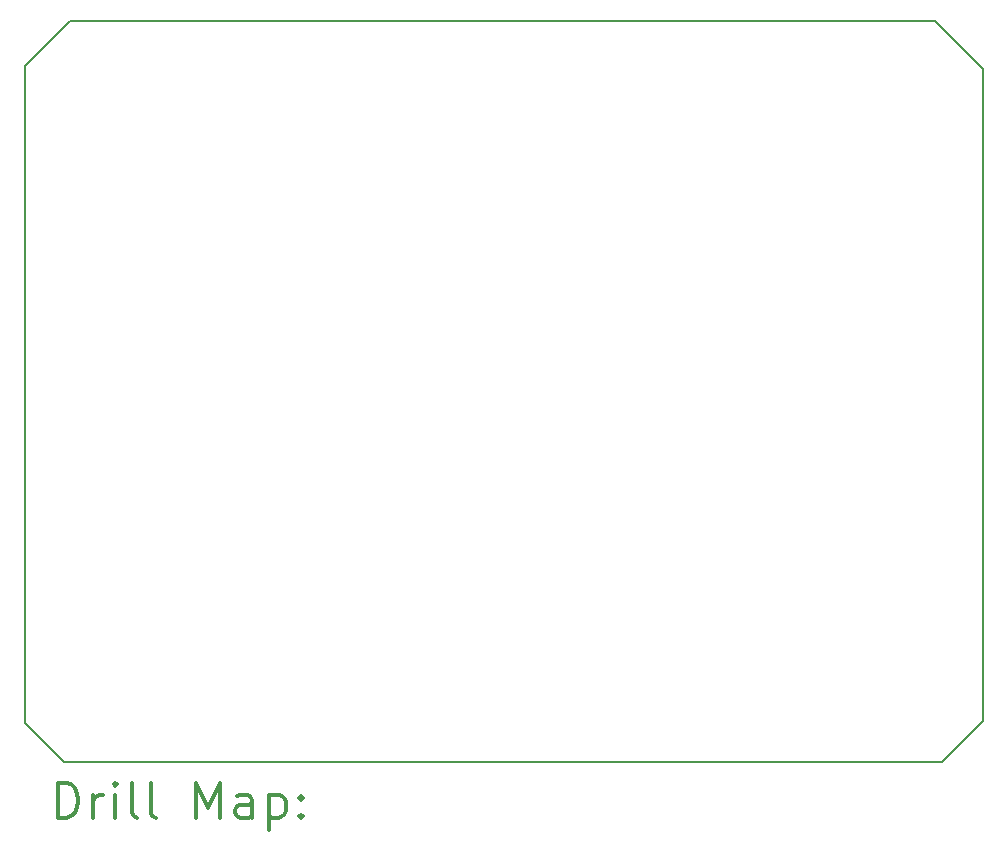
<source format=gbr>
%FSLAX45Y45*%
G04 Gerber Fmt 4.5, Leading zero omitted, Abs format (unit mm)*
G04 Created by KiCad (PCBNEW (5.0.2)-1) date 08/16/24 20:28:11*
%MOMM*%
%LPD*%
G01*
G04 APERTURE LIST*
%ADD10C,0.150000*%
%ADD11C,0.200000*%
%ADD12C,0.300000*%
G04 APERTURE END LIST*
D10*
X17392650Y-14274800D02*
X16916400Y-14274800D01*
X17741900Y-13925550D02*
X17392650Y-14274800D01*
X17741900Y-8407400D02*
X17741900Y-13925550D01*
X17335500Y-8001000D02*
X17741900Y-8407400D01*
X17221200Y-8001000D02*
X17335500Y-8001000D01*
X16814800Y-8001000D02*
X17221200Y-8001000D01*
X9626600Y-8382000D02*
X10007600Y-8001000D01*
X9626600Y-13944600D02*
X9626600Y-8382000D01*
X9956800Y-14274800D02*
X9626600Y-13944600D01*
X16916400Y-14274800D02*
X9956800Y-14274800D01*
X10007600Y-8001000D02*
X16814800Y-8001000D01*
D11*
D12*
X9905528Y-14748014D02*
X9905528Y-14448014D01*
X9976957Y-14448014D01*
X10019814Y-14462300D01*
X10048386Y-14490871D01*
X10062671Y-14519443D01*
X10076957Y-14576586D01*
X10076957Y-14619443D01*
X10062671Y-14676586D01*
X10048386Y-14705157D01*
X10019814Y-14733729D01*
X9976957Y-14748014D01*
X9905528Y-14748014D01*
X10205528Y-14748014D02*
X10205528Y-14548014D01*
X10205528Y-14605157D02*
X10219814Y-14576586D01*
X10234100Y-14562300D01*
X10262671Y-14548014D01*
X10291243Y-14548014D01*
X10391243Y-14748014D02*
X10391243Y-14548014D01*
X10391243Y-14448014D02*
X10376957Y-14462300D01*
X10391243Y-14476586D01*
X10405528Y-14462300D01*
X10391243Y-14448014D01*
X10391243Y-14476586D01*
X10576957Y-14748014D02*
X10548386Y-14733729D01*
X10534100Y-14705157D01*
X10534100Y-14448014D01*
X10734100Y-14748014D02*
X10705528Y-14733729D01*
X10691243Y-14705157D01*
X10691243Y-14448014D01*
X11076957Y-14748014D02*
X11076957Y-14448014D01*
X11176957Y-14662300D01*
X11276957Y-14448014D01*
X11276957Y-14748014D01*
X11548386Y-14748014D02*
X11548386Y-14590871D01*
X11534100Y-14562300D01*
X11505528Y-14548014D01*
X11448386Y-14548014D01*
X11419814Y-14562300D01*
X11548386Y-14733729D02*
X11519814Y-14748014D01*
X11448386Y-14748014D01*
X11419814Y-14733729D01*
X11405528Y-14705157D01*
X11405528Y-14676586D01*
X11419814Y-14648014D01*
X11448386Y-14633729D01*
X11519814Y-14633729D01*
X11548386Y-14619443D01*
X11691243Y-14548014D02*
X11691243Y-14848014D01*
X11691243Y-14562300D02*
X11719814Y-14548014D01*
X11776957Y-14548014D01*
X11805528Y-14562300D01*
X11819814Y-14576586D01*
X11834100Y-14605157D01*
X11834100Y-14690871D01*
X11819814Y-14719443D01*
X11805528Y-14733729D01*
X11776957Y-14748014D01*
X11719814Y-14748014D01*
X11691243Y-14733729D01*
X11962671Y-14719443D02*
X11976957Y-14733729D01*
X11962671Y-14748014D01*
X11948386Y-14733729D01*
X11962671Y-14719443D01*
X11962671Y-14748014D01*
X11962671Y-14562300D02*
X11976957Y-14576586D01*
X11962671Y-14590871D01*
X11948386Y-14576586D01*
X11962671Y-14562300D01*
X11962671Y-14590871D01*
M02*

</source>
